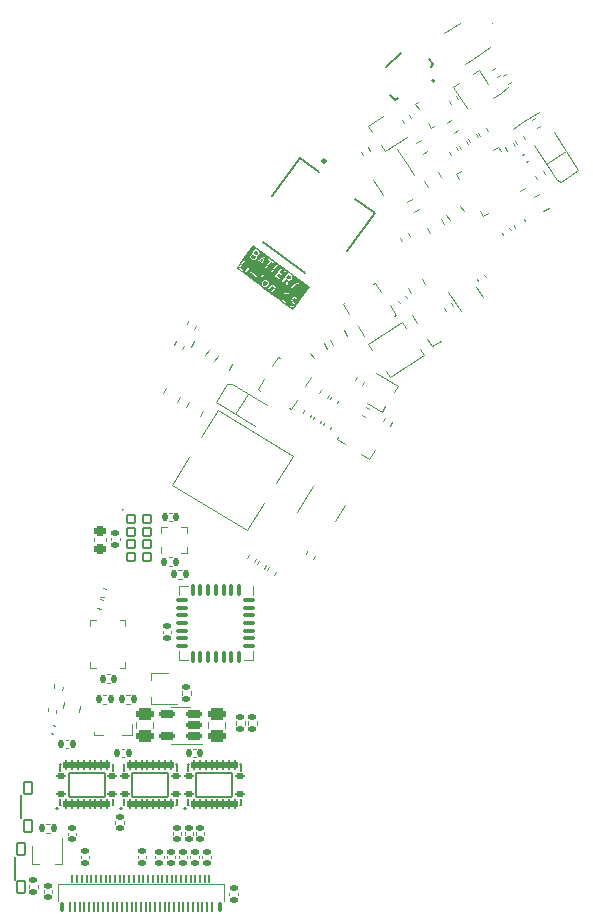
<source format=gbr>
%TF.GenerationSoftware,KiCad,Pcbnew,7.0.8*%
%TF.CreationDate,2024-01-10T09:50:14+01:00*%
%TF.ProjectId,Zoka-MainBoard,5a6f6b61-2d4d-4616-996e-426f6172642e,rev?*%
%TF.SameCoordinates,Original*%
%TF.FileFunction,Legend,Top*%
%TF.FilePolarity,Positive*%
%FSLAX46Y46*%
G04 Gerber Fmt 4.6, Leading zero omitted, Abs format (unit mm)*
G04 Created by KiCad (PCBNEW 7.0.8) date 2024-01-10 09:50:14*
%MOMM*%
%LPD*%
G01*
G04 APERTURE LIST*
G04 Aperture macros list*
%AMRoundRect*
0 Rectangle with rounded corners*
0 $1 Rounding radius*
0 $2 $3 $4 $5 $6 $7 $8 $9 X,Y pos of 4 corners*
0 Add a 4 corners polygon primitive as box body*
4,1,4,$2,$3,$4,$5,$6,$7,$8,$9,$2,$3,0*
0 Add four circle primitives for the rounded corners*
1,1,$1+$1,$2,$3*
1,1,$1+$1,$4,$5*
1,1,$1+$1,$6,$7*
1,1,$1+$1,$8,$9*
0 Add four rect primitives between the rounded corners*
20,1,$1+$1,$2,$3,$4,$5,0*
20,1,$1+$1,$4,$5,$6,$7,0*
20,1,$1+$1,$6,$7,$8,$9,0*
20,1,$1+$1,$8,$9,$2,$3,0*%
%AMHorizOval*
0 Thick line with rounded ends*
0 $1 width*
0 $2 $3 position (X,Y) of the first rounded end (center of the circle)*
0 $4 $5 position (X,Y) of the second rounded end (center of the circle)*
0 Add line between two ends*
20,1,$1,$2,$3,$4,$5,0*
0 Add two circle primitives to create the rounded ends*
1,1,$1,$2,$3*
1,1,$1,$4,$5*%
%AMRotRect*
0 Rectangle, with rotation*
0 The origin of the aperture is its center*
0 $1 length*
0 $2 width*
0 $3 Rotation angle, in degrees counterclockwise*
0 Add horizontal line*
21,1,$1,$2,0,0,$3*%
G04 Aperture macros list end*
%ADD10C,0.100000*%
%ADD11C,0.120000*%
%ADD12C,0.127000*%
%ADD13C,0.300000*%
%ADD14C,0.200000*%
%ADD15RoundRect,0.200000X-0.015587X-0.339679X0.318352X-0.119487X0.015587X0.339679X-0.318352X0.119487X0*%
%ADD16RoundRect,0.135000X-0.135000X-0.185000X0.135000X-0.185000X0.135000X0.185000X-0.135000X0.185000X0*%
%ADD17RoundRect,0.102000X-0.068383X1.284494X-1.153685X0.568869X0.068383X-1.284494X1.153685X-0.568869X0*%
%ADD18RoundRect,0.250000X-0.273574X0.461825X-0.535567X0.035962X0.273574X-0.461825X0.535567X-0.035962X0*%
%ADD19RoundRect,0.135000X-0.228762X0.010866X-0.080132X-0.214543X0.228762X-0.010866X0.080132X0.214543X0*%
%ADD20RoundRect,0.102000X-0.350000X-0.362500X0.350000X-0.362500X0.350000X0.362500X-0.350000X0.362500X0*%
%ADD21RoundRect,0.150000X-0.345419X0.251367X0.094965X-0.416511X0.345419X-0.251367X-0.094965X0.416511X0*%
%ADD22RotRect,0.700000X0.900000X33.400000*%
%ADD23RoundRect,0.135000X0.135000X0.185000X-0.135000X0.185000X-0.135000X-0.185000X0.135000X-0.185000X0*%
%ADD24RoundRect,0.102000X0.350009X-0.499994X0.349991X0.500006X-0.350009X0.499994X-0.349991X-0.500006X0*%
%ADD25RoundRect,0.250000X0.475000X-0.250000X0.475000X0.250000X-0.475000X0.250000X-0.475000X-0.250000X0*%
%ADD26RoundRect,0.250000X0.273574X-0.461825X0.535567X-0.035962X-0.273574X0.461825X-0.535567X0.035962X0*%
%ADD27RoundRect,0.150000X0.251367X0.345419X-0.416511X-0.094965X-0.251367X-0.345419X0.416511X0.094965X0*%
%ADD28RoundRect,0.140000X0.140000X0.170000X-0.140000X0.170000X-0.140000X-0.170000X0.140000X-0.170000X0*%
%ADD29RoundRect,0.250000X0.534173X0.052766X0.258933X0.470190X-0.534173X-0.052766X-0.258933X-0.470190X0*%
%ADD30RoundRect,0.140000X0.170000X-0.140000X0.170000X0.140000X-0.170000X0.140000X-0.170000X-0.140000X0*%
%ADD31RoundRect,0.135000X0.010866X0.228762X-0.214543X0.080132X-0.010866X-0.228762X0.214543X-0.080132X0*%
%ADD32RoundRect,0.135000X0.178282X0.143756X-0.082518X0.213637X-0.178282X-0.143756X0.082518X-0.213637X0*%
%ADD33RoundRect,0.135000X0.185000X-0.135000X0.185000X0.135000X-0.185000X0.135000X-0.185000X-0.135000X0*%
%ADD34RoundRect,0.050000X-0.050000X-0.385000X0.050000X-0.385000X0.050000X0.385000X-0.050000X0.385000X0*%
%ADD35RoundRect,0.050000X-0.050000X-0.275000X0.050000X-0.275000X0.050000X0.275000X-0.050000X0.275000X0*%
%ADD36RoundRect,0.100000X-0.100000X-0.350000X0.100000X-0.350000X0.100000X0.350000X-0.100000X0.350000X0*%
%ADD37RoundRect,0.135000X0.086831X-0.211921X0.228308X0.018046X-0.086831X0.211921X-0.228308X-0.018046X0*%
%ADD38RoundRect,0.075000X-0.075000X0.437500X-0.075000X-0.437500X0.075000X-0.437500X0.075000X0.437500X0*%
%ADD39RoundRect,0.075000X-0.437500X0.075000X-0.437500X-0.075000X0.437500X-0.075000X0.437500X0.075000X0*%
%ADD40R,4.250000X4.250000*%
%ADD41RoundRect,0.140000X-0.170000X0.140000X-0.170000X-0.140000X0.170000X-0.140000X0.170000X0.140000X0*%
%ADD42RoundRect,0.140000X0.218991X-0.023297X0.064857X0.210460X-0.218991X0.023297X-0.064857X-0.210460X0*%
%ADD43RoundRect,0.135000X0.228762X-0.010866X0.080132X0.214543X-0.228762X0.010866X-0.080132X-0.214543X0*%
%ADD44RoundRect,0.060000X0.158986X0.176701X-0.225044X-0.076520X-0.158986X-0.176701X0.225044X0.076520X0*%
%ADD45RoundRect,0.060000X-0.076520X0.225044X-0.176701X0.158986X0.076520X-0.225044X0.176701X-0.158986X0*%
%ADD46RotRect,2.700000X2.700000X213.400000*%
%ADD47RoundRect,0.135000X-0.086831X0.211921X-0.228308X-0.018046X0.086831X-0.211921X0.228308X0.018046X0*%
%ADD48RoundRect,0.102000X0.350000X-0.500000X0.350000X0.500000X-0.350000X0.500000X-0.350000X-0.500000X0*%
%ADD49R,0.700000X0.900000*%
%ADD50RoundRect,0.102000X1.444802X1.106818X0.641985X1.703043X-1.444802X-1.106818X-0.641985X-1.703043X0*%
%ADD51RoundRect,0.102000X1.615695X0.917621X0.411469X1.811958X-1.615695X-0.917621X-0.411469X-1.811958X0*%
%ADD52RotRect,0.850000X1.000000X213.400000*%
%ADD53RotRect,0.700000X0.900000X123.400000*%
%ADD54RoundRect,0.114000X0.288000X0.108000X-0.288000X0.108000X-0.288000X-0.108000X0.288000X-0.108000X0*%
%ADD55RoundRect,0.114000X0.108000X-0.288000X0.108000X0.288000X-0.108000X0.288000X-0.108000X-0.288000X0*%
%ADD56RoundRect,0.102000X1.525000X-1.025000X1.525000X1.025000X-1.525000X1.025000X-1.525000X-1.025000X0*%
%ADD57RoundRect,0.135000X0.143756X-0.178282X0.213637X0.082518X-0.143756X0.178282X-0.213637X-0.082518X0*%
%ADD58C,1.200000*%
%ADD59RoundRect,0.225000X-0.332570X0.050221X-0.084854X-0.325461X0.332570X-0.050221X0.084854X0.325461X0*%
%ADD60RoundRect,0.140000X-0.218991X0.023297X-0.064857X-0.210460X0.218991X-0.023297X0.064857X0.210460X0*%
%ADD61RotRect,0.900000X0.800000X213.400000*%
%ADD62RoundRect,0.250000X-0.394110X0.364421X-0.523520X-0.118542X0.394110X-0.364421X0.523520X0.118542X0*%
%ADD63R,0.350000X0.375000*%
%ADD64R,0.375000X0.350000*%
%ADD65R,0.900000X0.700000*%
%ADD66RoundRect,0.140000X0.071436X-0.208319X0.218152X0.030164X-0.071436X0.208319X-0.218152X-0.030164X0*%
%ADD67RoundRect,0.250000X-0.534173X-0.052766X-0.258933X-0.470190X0.534173X0.052766X0.258933X0.470190X0*%
%ADD68RoundRect,0.075000X-0.213996X0.188297X0.088769X-0.270869X0.213996X-0.188297X-0.088769X0.270869X0*%
%ADD69RotRect,0.800000X1.380000X303.400000*%
%ADD70RoundRect,0.140000X-0.023297X-0.218991X0.210460X-0.064857X0.023297X0.218991X-0.210460X0.064857X0*%
%ADD71RoundRect,0.225000X0.250000X-0.225000X0.250000X0.225000X-0.250000X0.225000X-0.250000X-0.225000X0*%
%ADD72RoundRect,0.250000X0.052766X-0.534173X0.470190X-0.258933X-0.052766X0.534173X-0.470190X0.258933X0*%
%ADD73RoundRect,0.150000X-0.081835X-0.419289X0.337353X0.262093X0.081835X0.419289X-0.337353X-0.262093X0*%
%ADD74RoundRect,0.200000X0.015587X0.339679X-0.318352X0.119487X-0.015587X-0.339679X0.318352X-0.119487X0*%
%ADD75RoundRect,0.140000X-0.127973X0.179229X-0.200442X-0.091230X0.127973X-0.179229X0.200442X0.091230X0*%
%ADD76RoundRect,0.070000X-0.045884X0.192600X-0.192600X-0.045884X0.045884X-0.192600X0.192600X0.045884X0*%
%ADD77HorizOval,0.420000X-0.149336X-0.242742X0.149336X0.242742X0*%
%ADD78C,0.600000*%
%ADD79RotRect,0.680000X1.050000X238.400000*%
%ADD80RotRect,0.260000X0.500000X238.400000*%
%ADD81RotRect,0.280000X0.700000X238.400000*%
%ADD82RotRect,1.650000X2.400000X238.400000*%
%ADD83RoundRect,0.140000X-0.071436X0.208319X-0.218152X-0.030164X0.071436X-0.208319X0.218152X0.030164X0*%
%ADD84RotRect,0.900000X0.800000X238.400000*%
%ADD85RoundRect,0.150000X0.512500X0.150000X-0.512500X0.150000X-0.512500X-0.150000X0.512500X-0.150000X0*%
%ADD86RoundRect,0.140000X-0.140000X-0.170000X0.140000X-0.170000X0.140000X0.170000X-0.140000X0.170000X0*%
%ADD87RotRect,1.200000X0.950000X33.400000*%
%ADD88RotRect,1.300000X1.400000X328.400000*%
%ADD89RoundRect,0.070000X0.193946X-0.039811X0.039811X0.193946X-0.193946X0.039811X-0.039811X-0.193946X0*%
%ADD90HorizOval,0.420000X-0.156887X0.237932X0.156887X-0.237932X0*%
%ADD91RotRect,0.680000X1.050000X123.400000*%
%ADD92RotRect,0.260000X0.500000X123.400000*%
%ADD93RotRect,0.280000X0.700000X123.400000*%
%ADD94RotRect,1.650000X2.400000X123.400000*%
%ADD95RotRect,0.300000X1.150000X123.400000*%
%ADD96HorizOval,1.000000X0.333939X0.220192X-0.333939X-0.220192X0*%
%ADD97HorizOval,1.000000X0.500909X0.330288X-0.500909X-0.330288X0*%
%ADD98RoundRect,0.135000X-0.211921X-0.086831X0.018046X-0.228308X0.211921X0.086831X-0.018046X0.228308X0*%
%ADD99RoundRect,0.100000X-0.862636X0.808693X0.403470X-1.111457X0.862636X-0.808693X-0.403470X1.111457X0*%
%ADD100RoundRect,0.425000X-0.267049X0.663276X-0.712437X-0.060692X0.267049X-0.663276X0.712437X0.060692X0*%
%ADD101R,0.400000X0.950000*%
%ADD102R,0.350000X2.300000*%
%ADD103R,1.300000X0.350000*%
%ADD104RoundRect,0.140000X-0.179229X-0.127973X0.091230X-0.200442X0.179229X0.127973X-0.091230X0.200442X0*%
%ADD105R,0.800000X0.900000*%
%ADD106C,0.900000*%
%ADD107RoundRect,0.102000X-0.242850X0.802589X-0.787781X0.287273X0.242850X-0.802589X0.787781X-0.287273X0*%
%ADD108RoundRect,0.102000X-0.297343X0.751057X-0.733288X0.338805X0.297343X-0.751057X0.733288X-0.338805X0*%
%ADD109RoundRect,0.102000X0.163084X0.773565X-0.781463X-0.119648X-0.163084X-0.773565X0.781463X0.119648X0*%
%ADD110RotRect,0.700000X0.900000X238.400000*%
%ADD111RotRect,1.300000X1.400000X123.400000*%
G04 APERTURE END LIST*
D10*
G36*
X167503490Y-60038752D02*
G01*
X167576288Y-60092817D01*
X167605751Y-60151056D01*
X167611250Y-60188299D01*
X167599878Y-60252566D01*
X167477673Y-60417115D01*
X167419438Y-60446577D01*
X167382191Y-60452077D01*
X167317925Y-60440705D01*
X167245126Y-60386640D01*
X167215664Y-60328405D01*
X167210164Y-60291158D01*
X167221536Y-60226891D01*
X167343743Y-60062340D01*
X167401977Y-60032879D01*
X167439223Y-60027380D01*
X167503490Y-60038752D01*
G37*
G36*
X169573644Y-59639671D02*
G01*
X169603106Y-59697907D01*
X169608605Y-59735153D01*
X169597233Y-59799419D01*
X169543168Y-59872218D01*
X169484933Y-59901680D01*
X169447686Y-59907180D01*
X169383420Y-59895808D01*
X169188368Y-59750950D01*
X169378592Y-59494813D01*
X169573644Y-59639671D01*
G37*
G36*
X167166670Y-58439312D02*
G01*
X166972219Y-58294900D01*
X167286062Y-58075431D01*
X167166670Y-58439312D01*
G37*
G36*
X166566371Y-57880792D02*
G01*
X166623994Y-57963194D01*
X166628954Y-57996788D01*
X166617582Y-58061055D01*
X166563518Y-58133853D01*
X166505282Y-58163315D01*
X166468035Y-58168815D01*
X166403769Y-58157443D01*
X166208718Y-58012585D01*
X166398941Y-57756449D01*
X166566371Y-57880792D01*
G37*
G36*
X166790543Y-57572758D02*
G01*
X166820005Y-57630994D01*
X166825504Y-57668240D01*
X166814133Y-57732505D01*
X166782780Y-57774721D01*
X166724545Y-57804183D01*
X166687298Y-57809683D01*
X166623032Y-57798311D01*
X166458564Y-57676167D01*
X166626075Y-57450613D01*
X166790543Y-57572758D01*
G37*
G36*
X171188450Y-60572014D02*
G01*
X169747629Y-62512081D01*
X169018229Y-61970381D01*
X169320165Y-61970381D01*
X169328425Y-62007748D01*
X169397462Y-62106472D01*
X169404400Y-62110898D01*
X169408626Y-62117959D01*
X169561544Y-62231525D01*
X169572831Y-62234359D01*
X169582643Y-62240619D01*
X169666522Y-62255462D01*
X169674557Y-62253685D01*
X169682539Y-62255691D01*
X169735836Y-62247821D01*
X169742898Y-62243594D01*
X169751103Y-62242972D01*
X169827114Y-62204518D01*
X169834697Y-62195690D01*
X169844683Y-62189714D01*
X169890110Y-62128547D01*
X169892944Y-62117259D01*
X169899204Y-62107448D01*
X169914047Y-62023569D01*
X169912270Y-62015533D01*
X169914276Y-62007552D01*
X169906406Y-61954255D01*
X169902179Y-61947194D01*
X169901558Y-61938988D01*
X169863103Y-61862978D01*
X169858793Y-61859275D01*
X169857145Y-61853837D01*
X169761005Y-61736644D01*
X169728692Y-61672771D01*
X169723193Y-61635526D01*
X169734565Y-61571259D01*
X169765915Y-61529045D01*
X169824155Y-61499582D01*
X169861398Y-61494083D01*
X169925665Y-61505455D01*
X170062592Y-61607147D01*
X170126981Y-61699221D01*
X170159244Y-61719802D01*
X170196610Y-61711542D01*
X170217191Y-61679279D01*
X170208931Y-61641913D01*
X170139893Y-61543190D01*
X170132954Y-61538764D01*
X170128729Y-61531703D01*
X169975812Y-61418136D01*
X169964524Y-61415300D01*
X169954713Y-61409042D01*
X169870832Y-61394199D01*
X169862797Y-61395975D01*
X169854816Y-61393970D01*
X169801520Y-61401840D01*
X169794457Y-61406067D01*
X169786253Y-61406689D01*
X169710242Y-61445142D01*
X169702657Y-61453971D01*
X169692672Y-61459947D01*
X169647246Y-61521114D01*
X169644411Y-61532401D01*
X169638152Y-61542213D01*
X169623309Y-61626093D01*
X169625085Y-61634127D01*
X169623080Y-61642109D01*
X169630950Y-61695406D01*
X169635176Y-61702466D01*
X169635798Y-61710673D01*
X169674251Y-61786683D01*
X169678561Y-61790386D01*
X169680210Y-61795824D01*
X169776351Y-61913020D01*
X169808663Y-61976888D01*
X169814162Y-62014134D01*
X169802791Y-62078399D01*
X169771438Y-62120615D01*
X169713203Y-62150077D01*
X169675956Y-62155577D01*
X169611690Y-62144205D01*
X169474762Y-62042514D01*
X169410375Y-61950440D01*
X169378113Y-61929859D01*
X169340746Y-61938119D01*
X169320165Y-61970381D01*
X169018229Y-61970381D01*
X168469306Y-61562715D01*
X168685553Y-61562715D01*
X168705205Y-61595552D01*
X169072207Y-61868112D01*
X169109322Y-61877434D01*
X169142159Y-61857782D01*
X169151481Y-61820667D01*
X169131830Y-61787830D01*
X168988469Y-61681361D01*
X169435638Y-61079248D01*
X169436892Y-61074254D01*
X169440704Y-61070797D01*
X169441412Y-61056256D01*
X169444960Y-61042133D01*
X169442316Y-61037715D01*
X169442567Y-61032574D01*
X169432785Y-61021790D01*
X169425308Y-61009296D01*
X169420314Y-61008041D01*
X169416857Y-61004230D01*
X169402316Y-61003521D01*
X169388193Y-60999974D01*
X169383775Y-61002617D01*
X169378634Y-61002367D01*
X169253987Y-61047020D01*
X169160317Y-61060851D01*
X169084428Y-61047423D01*
X169047062Y-61055683D01*
X169026481Y-61087946D01*
X169034741Y-61125312D01*
X169067004Y-61145893D01*
X169150883Y-61160736D01*
X169158918Y-61158959D01*
X169166900Y-61160965D01*
X169260671Y-61147118D01*
X168908187Y-61621738D01*
X168764827Y-61515270D01*
X168727712Y-61505948D01*
X168694875Y-61525600D01*
X168685553Y-61562715D01*
X168469306Y-61562715D01*
X167429465Y-60790461D01*
X167645713Y-60790461D01*
X167665365Y-60823298D01*
X167702480Y-60832620D01*
X167735317Y-60812968D01*
X167995527Y-60462593D01*
X168020311Y-60458934D01*
X168084577Y-60470306D01*
X168157375Y-60524370D01*
X168182977Y-60574977D01*
X168173095Y-60630822D01*
X167930287Y-60957766D01*
X167920965Y-60994881D01*
X167940617Y-61027718D01*
X167977732Y-61037040D01*
X168010569Y-61017388D01*
X168260415Y-60680970D01*
X168263250Y-60669681D01*
X168269509Y-60659870D01*
X168272626Y-60642253D01*
X169606408Y-60642253D01*
X169626060Y-60675090D01*
X169663175Y-60684412D01*
X169696012Y-60664760D01*
X169914466Y-60370612D01*
X170364797Y-60198389D01*
X170392588Y-60172081D01*
X170393638Y-60133828D01*
X170367330Y-60106036D01*
X170329076Y-60104987D01*
X169938532Y-60254345D01*
X169968637Y-59837301D01*
X169956576Y-59800983D01*
X169922367Y-59783831D01*
X169886049Y-59795892D01*
X169868897Y-59830101D01*
X169834183Y-60310990D01*
X169615730Y-60605138D01*
X169606408Y-60642253D01*
X168272626Y-60642253D01*
X168284352Y-60575991D01*
X168280931Y-60560515D01*
X168279733Y-60544707D01*
X168241280Y-60468697D01*
X168232450Y-60461112D01*
X168226475Y-60451127D01*
X168134724Y-60382987D01*
X168123436Y-60380152D01*
X168113625Y-60373893D01*
X168058492Y-60364137D01*
X168062625Y-60347684D01*
X168042973Y-60314847D01*
X168005858Y-60305525D01*
X167973021Y-60325177D01*
X167655035Y-60753346D01*
X167645713Y-60790461D01*
X167429465Y-60790461D01*
X166766017Y-60297741D01*
X167110051Y-60297741D01*
X167117921Y-60351038D01*
X167122147Y-60358100D01*
X167122770Y-60366305D01*
X167161224Y-60442316D01*
X167170051Y-60449899D01*
X167176028Y-60459885D01*
X167267779Y-60528025D01*
X167279066Y-60530859D01*
X167288878Y-60537119D01*
X167372757Y-60551962D01*
X167380792Y-60550185D01*
X167388774Y-60552191D01*
X167442071Y-60544321D01*
X167449133Y-60540094D01*
X167457338Y-60539472D01*
X167533349Y-60501018D01*
X167540932Y-60492190D01*
X167550918Y-60486214D01*
X167687198Y-60302714D01*
X167690033Y-60291425D01*
X167696292Y-60281614D01*
X167711135Y-60197733D01*
X167709358Y-60189698D01*
X167711364Y-60181717D01*
X167703494Y-60128421D01*
X167699266Y-60121358D01*
X167698645Y-60113154D01*
X167679049Y-60074419D01*
X168841820Y-60074419D01*
X168861472Y-60107256D01*
X168898587Y-60116578D01*
X168931424Y-60096926D01*
X169128746Y-59831231D01*
X169220623Y-59899466D01*
X169208306Y-60338272D01*
X169221953Y-60374024D01*
X169256883Y-60389655D01*
X169292635Y-60376008D01*
X169308266Y-60341078D01*
X169318619Y-59972244D01*
X169333274Y-59983128D01*
X169344561Y-59985962D01*
X169354373Y-59992222D01*
X169438252Y-60007065D01*
X169446287Y-60005288D01*
X169454269Y-60007294D01*
X169507566Y-59999424D01*
X169514628Y-59995197D01*
X169522833Y-59994575D01*
X169598844Y-59956121D01*
X169606427Y-59947293D01*
X169616413Y-59941317D01*
X169684553Y-59849566D01*
X169687387Y-59838278D01*
X169693647Y-59828467D01*
X169708490Y-59744588D01*
X169706713Y-59736552D01*
X169708719Y-59728571D01*
X169700849Y-59675274D01*
X169696622Y-59668213D01*
X169696001Y-59660007D01*
X169657546Y-59583997D01*
X169648718Y-59576413D01*
X169642742Y-59566427D01*
X169398074Y-59384720D01*
X169360959Y-59375398D01*
X169328122Y-59395050D01*
X168851142Y-60037304D01*
X168841820Y-60074419D01*
X167679049Y-60074419D01*
X167660192Y-60037143D01*
X167651362Y-60029558D01*
X167645387Y-60019573D01*
X167553637Y-59951433D01*
X167542349Y-59948597D01*
X167532538Y-59942339D01*
X167448657Y-59927496D01*
X167440622Y-59929272D01*
X167432641Y-59927267D01*
X167379344Y-59935137D01*
X167372283Y-59939363D01*
X167364077Y-59939985D01*
X167288067Y-59978440D01*
X167280483Y-59987267D01*
X167270497Y-59993244D01*
X167134217Y-60176745D01*
X167131381Y-60188032D01*
X167125123Y-60197844D01*
X167110280Y-60281725D01*
X167112056Y-60289759D01*
X167110051Y-60297741D01*
X166766017Y-60297741D01*
X166542544Y-60131775D01*
X166758791Y-60131775D01*
X166778443Y-60164612D01*
X166815558Y-60173934D01*
X166848395Y-60154282D01*
X167228206Y-59642866D01*
X168260733Y-59642866D01*
X168280385Y-59675703D01*
X168586220Y-59902836D01*
X168623335Y-59912158D01*
X168656172Y-59892506D01*
X168665494Y-59855391D01*
X168645842Y-59822554D01*
X168380148Y-59625232D01*
X168570372Y-59369095D01*
X168744316Y-59498277D01*
X168781431Y-59507599D01*
X168814268Y-59487947D01*
X168823590Y-59450832D01*
X168803938Y-59417995D01*
X168629994Y-59288813D01*
X168797505Y-59063260D01*
X169063200Y-59260582D01*
X169100315Y-59269904D01*
X169133152Y-59250252D01*
X169142474Y-59213137D01*
X169122822Y-59180300D01*
X168816987Y-58953167D01*
X168779872Y-58943845D01*
X168747035Y-58963497D01*
X168270055Y-59605751D01*
X168260733Y-59642866D01*
X167228206Y-59642866D01*
X167325374Y-59512029D01*
X167334696Y-59474913D01*
X167315044Y-59442076D01*
X167277929Y-59432754D01*
X167245092Y-59452406D01*
X166768113Y-60094660D01*
X166758791Y-60131775D01*
X166542544Y-60131775D01*
X165441537Y-59314095D01*
X165657784Y-59314095D01*
X165677436Y-59346932D01*
X165714551Y-59356254D01*
X165747388Y-59336602D01*
X165777126Y-59296560D01*
X166145326Y-59296560D01*
X166164978Y-59329397D01*
X166654313Y-59692810D01*
X166691429Y-59702132D01*
X166724266Y-59682480D01*
X166733588Y-59645365D01*
X166713936Y-59612528D01*
X166357199Y-59347592D01*
X167863147Y-59347592D01*
X167882799Y-59380429D01*
X167919914Y-59389751D01*
X167952751Y-59370099D01*
X168399919Y-58767986D01*
X168543280Y-58874455D01*
X168580395Y-58883777D01*
X168613232Y-58864125D01*
X168622554Y-58827010D01*
X168602902Y-58794173D01*
X168419401Y-58657893D01*
X168419399Y-58657892D01*
X168235900Y-58521614D01*
X168198785Y-58512292D01*
X168165948Y-58531944D01*
X168156626Y-58569059D01*
X168176278Y-58601896D01*
X168319637Y-58708363D01*
X167872469Y-59310477D01*
X167863147Y-59347592D01*
X166357199Y-59347592D01*
X166224600Y-59249115D01*
X166187485Y-59239793D01*
X166154648Y-59259445D01*
X166145326Y-59296560D01*
X165777126Y-59296560D01*
X166009122Y-58984179D01*
X167373811Y-58984179D01*
X167393463Y-59017016D01*
X167430578Y-59026338D01*
X167463415Y-59006686D01*
X167910583Y-58404573D01*
X168053943Y-58511042D01*
X168091059Y-58520364D01*
X168123896Y-58500712D01*
X168133218Y-58463597D01*
X168113566Y-58430760D01*
X167746563Y-58158200D01*
X167709448Y-58148878D01*
X167676611Y-58168530D01*
X167667289Y-58205645D01*
X167686941Y-58238482D01*
X167830300Y-58344950D01*
X167383133Y-58947064D01*
X167373811Y-58984179D01*
X166009122Y-58984179D01*
X166065375Y-58908434D01*
X166074697Y-58871318D01*
X166055045Y-58838481D01*
X166017930Y-58829159D01*
X165985093Y-58848811D01*
X165667106Y-59276980D01*
X165657784Y-59314095D01*
X165441537Y-59314095D01*
X164957483Y-58954605D01*
X164977265Y-58927969D01*
X165137864Y-58927969D01*
X165157516Y-58960806D01*
X165463352Y-59187939D01*
X165500467Y-59197261D01*
X165533304Y-59177609D01*
X165542626Y-59140494D01*
X165522974Y-59107657D01*
X165257279Y-58910335D01*
X165428556Y-58679711D01*
X166081466Y-58679711D01*
X166089336Y-58733008D01*
X166098097Y-58747645D01*
X166108989Y-58765845D01*
X166127546Y-58770506D01*
X166146104Y-58775168D01*
X166199401Y-58767298D01*
X166232237Y-58747645D01*
X166241561Y-58710530D01*
X166233691Y-58657233D01*
X166226127Y-58644596D01*
X166214039Y-58624396D01*
X166193410Y-58619214D01*
X166176923Y-58615073D01*
X166123626Y-58622943D01*
X166090790Y-58642596D01*
X166081466Y-58679711D01*
X165428556Y-58679711D01*
X165619174Y-58423043D01*
X166640034Y-58423043D01*
X166648294Y-58460409D01*
X166680557Y-58480990D01*
X166717923Y-58472730D01*
X166885836Y-58355308D01*
X167133808Y-58539468D01*
X167069931Y-58734154D01*
X167072824Y-58772313D01*
X167101851Y-58797250D01*
X167140010Y-58794357D01*
X167164947Y-58765330D01*
X167427842Y-57964082D01*
X167427559Y-57960356D01*
X167429569Y-57957207D01*
X167426147Y-57941727D01*
X167424949Y-57925924D01*
X167422115Y-57923489D01*
X167421309Y-57919841D01*
X167407945Y-57911315D01*
X167395922Y-57900987D01*
X167392196Y-57901269D01*
X167389046Y-57899260D01*
X167373566Y-57902681D01*
X167357763Y-57903880D01*
X167355328Y-57906713D01*
X167351680Y-57907520D01*
X166660615Y-58390780D01*
X166640034Y-58423043D01*
X165619174Y-58423043D01*
X165704448Y-58308222D01*
X165713770Y-58271107D01*
X165694118Y-58238270D01*
X165657003Y-58228948D01*
X165624166Y-58248600D01*
X165147186Y-58890854D01*
X165137864Y-58927969D01*
X164977265Y-58927969D01*
X165643993Y-58030219D01*
X166089303Y-58030219D01*
X166108955Y-58063056D01*
X166353623Y-58244763D01*
X166364910Y-58247597D01*
X166374722Y-58253857D01*
X166458601Y-58268700D01*
X166466636Y-58266923D01*
X166474618Y-58268929D01*
X166527915Y-58261059D01*
X166534977Y-58256832D01*
X166543182Y-58256210D01*
X166619193Y-58217756D01*
X166626776Y-58208928D01*
X166636762Y-58202952D01*
X166704902Y-58111203D01*
X166707737Y-58099914D01*
X166713996Y-58090103D01*
X166728839Y-58006222D01*
X166727062Y-57998187D01*
X166729068Y-57990206D01*
X166721198Y-57936910D01*
X166715220Y-57926923D01*
X166712709Y-57915560D01*
X166707293Y-57907816D01*
X166747178Y-57901927D01*
X166754240Y-57897700D01*
X166762445Y-57897078D01*
X166838456Y-57858624D01*
X166846039Y-57849796D01*
X166856025Y-57843820D01*
X166901452Y-57782653D01*
X166904286Y-57771365D01*
X166910546Y-57761554D01*
X166925389Y-57677675D01*
X166923612Y-57669639D01*
X166925618Y-57661658D01*
X166917748Y-57608361D01*
X166913521Y-57601300D01*
X166912900Y-57593094D01*
X166874445Y-57517084D01*
X166865619Y-57509502D01*
X166859642Y-57499514D01*
X166645557Y-57340520D01*
X166608442Y-57331198D01*
X166575605Y-57350850D01*
X166098625Y-57993104D01*
X166089303Y-58030219D01*
X165643993Y-58030219D01*
X166398304Y-57014538D01*
X171188450Y-60572014D01*
G37*
D11*
%TO.C,R309*%
X182779718Y-46659529D02*
X183175867Y-46398317D01*
X183354971Y-47531945D02*
X183751120Y-47270733D01*
%TO.C,R307*%
X155659351Y-95063456D02*
X155966633Y-95063456D01*
X155659351Y-95823456D02*
X155966633Y-95823456D01*
%TO.C,C320*%
X160210187Y-69832749D02*
X159936402Y-70277779D01*
X159009593Y-69094138D02*
X158735808Y-69539169D01*
%TO.C,R315*%
X179462011Y-56014308D02*
X179631164Y-56270842D01*
X178827526Y-56432674D02*
X178996679Y-56689208D01*
D12*
%TO.C,U501*%
X155376136Y-79394127D02*
G75*
G03*
X155376136Y-79394127I-50000J0D01*
G01*
D11*
%TO.C,D301*%
X179553681Y-50400775D02*
X178562815Y-48898049D01*
X179553681Y-50400775D02*
X179994065Y-51068653D01*
X176948955Y-52118275D02*
X176508571Y-51450397D01*
X176948955Y-52118275D02*
X177389340Y-52786153D01*
%TO.C,Q305*%
X186295608Y-43385969D02*
X185480897Y-42150394D01*
X183310292Y-43581644D02*
X184521350Y-45418309D01*
X183310292Y-43581644D02*
X183811201Y-43251355D01*
X184979988Y-42480682D02*
X185480897Y-42150394D01*
%TO.C,R506*%
X149166625Y-106748457D02*
X148859343Y-106748457D01*
X149166625Y-105988457D02*
X148859343Y-105988457D01*
%TO.C,R206*%
X159532171Y-84183822D02*
X159224889Y-84183822D01*
X159532171Y-83423822D02*
X159224889Y-83423822D01*
%TO.C,R205*%
X160024889Y-84481956D02*
X160332171Y-84481956D01*
X160024889Y-85241956D02*
X160332171Y-85241956D01*
D12*
%TO.C,LED502*%
X146737970Y-103598468D02*
X146738004Y-105538468D01*
D11*
%TO.C,C301*%
X162590890Y-97897455D02*
X162590890Y-97374951D01*
X164000490Y-97897455D02*
X164000490Y-97374951D01*
%TO.C,C321*%
X161145564Y-65603847D02*
X161419349Y-65158817D01*
X162346158Y-66342458D02*
X162619943Y-65897427D01*
%TO.C,D501*%
X184959891Y-41228991D02*
X186462617Y-40238125D01*
X184959891Y-41228991D02*
X184292013Y-41669375D01*
X183242391Y-38624265D02*
X183910269Y-38183881D01*
X183242391Y-38624265D02*
X182574513Y-39064650D01*
%TO.C,C402*%
X150733979Y-99611631D02*
X150518307Y-99611631D01*
X150733979Y-98891631D02*
X150518307Y-98891631D01*
%TO.C,C304*%
X156500034Y-97897455D02*
X156500034Y-97374951D01*
X157909634Y-97897455D02*
X157909634Y-97374951D01*
%TO.C,C306*%
X179756439Y-61056315D02*
X179468811Y-60620104D01*
X180933241Y-60280358D02*
X180645612Y-59844146D01*
%TO.C,C407*%
X159077986Y-108931291D02*
X159077986Y-108715619D01*
X159797986Y-108931291D02*
X159797986Y-108715619D01*
%TO.C,R314*%
X187299684Y-42604115D02*
X187043150Y-42773268D01*
X186881318Y-41969630D02*
X186624784Y-42138783D01*
%TO.C,C401*%
X161520821Y-100353457D02*
X161305149Y-100353457D01*
X161520821Y-99633457D02*
X161305149Y-99633457D01*
%TO.C,R503*%
X153751194Y-86833446D02*
X153454382Y-86753916D01*
X153947896Y-86099342D02*
X153651084Y-86019812D01*
%TO.C,R507*%
X147407989Y-111447099D02*
X147407989Y-111139817D01*
X148167989Y-111447099D02*
X148167989Y-111139817D01*
%TO.C,C412*%
X161077985Y-108931291D02*
X161077985Y-108715619D01*
X161797985Y-108931291D02*
X161797985Y-108715619D01*
%TO.C,J401*%
X149890580Y-111056793D02*
X149890580Y-112496793D01*
X149890580Y-111056793D02*
X163890580Y-111056793D01*
X163890580Y-112556793D02*
X163890580Y-111056793D01*
%TO.C,R321*%
X160749268Y-63718310D02*
X160910279Y-63456589D01*
X161396581Y-64116539D02*
X161557592Y-63854818D01*
%TO.C,U202*%
X160116144Y-85891629D02*
X160866144Y-85891629D01*
X166336144Y-86641629D02*
X166336144Y-85891629D01*
X160116144Y-86641629D02*
X160116144Y-85891629D01*
X166336144Y-91361629D02*
X166336144Y-92111629D01*
X160116144Y-91361629D02*
X160116144Y-92111629D01*
X166336144Y-92111629D02*
X165586144Y-92111629D01*
X160116144Y-92111629D02*
X160866144Y-92111629D01*
%TO.C,R306*%
X153659348Y-95063462D02*
X153966630Y-95063462D01*
X153659348Y-95823462D02*
X153966630Y-95823462D01*
%TO.C,C414*%
X165097989Y-111840619D02*
X165097989Y-112056291D01*
X164377989Y-111840619D02*
X164377989Y-112056291D01*
%TO.C,R319*%
X171991588Y-69519251D02*
X172152599Y-69257530D01*
X172638901Y-69917480D02*
X172799912Y-69655759D01*
%TO.C,R202*%
X167539499Y-84514141D02*
X167700510Y-84252420D01*
X168186812Y-84912370D02*
X168347823Y-84650649D01*
%TO.C,C307*%
X178788772Y-61895012D02*
X178670049Y-61714958D01*
X179389863Y-61498666D02*
X179271140Y-61318612D01*
%TO.C,C204*%
X158716134Y-89859464D02*
X158716134Y-89643792D01*
X159436134Y-89859464D02*
X159436134Y-89643792D01*
%TO.C,R304*%
X188384831Y-48316539D02*
X188553984Y-48573073D01*
X187750346Y-48734905D02*
X187919499Y-48991439D01*
%TO.C,R301*%
X183944311Y-48857595D02*
X183775158Y-48601061D01*
X184578796Y-48439229D02*
X184409643Y-48182695D01*
%TO.C,R313*%
X183592521Y-44409334D02*
X183761674Y-44665868D01*
X182958036Y-44827700D02*
X183127189Y-45084234D01*
%TO.C,U303*%
X187087117Y-48655532D02*
X187348595Y-49052084D01*
X189013593Y-52440068D02*
X189410145Y-52178590D01*
X186690564Y-48917010D02*
X187087117Y-48655532D01*
X186283640Y-54240140D02*
X185887087Y-54501618D01*
X183960611Y-50717082D02*
X183564059Y-50978560D01*
X185887087Y-54501618D02*
X185625609Y-54105066D01*
X183564059Y-50978560D02*
X183825537Y-51375113D01*
%TO.C,R203*%
X167496098Y-84126659D02*
X167335087Y-84388380D01*
X166848785Y-83728430D02*
X166687774Y-83990151D01*
%TO.C,R317*%
X183178079Y-61901313D02*
X183347232Y-62157847D01*
X182543594Y-62319679D02*
X182712747Y-62576213D01*
%TO.C,R324*%
X190901774Y-50747038D02*
X191070927Y-51003572D01*
X190267289Y-51165404D02*
X190436442Y-51421938D01*
D12*
%TO.C,LED503*%
X146212983Y-108773458D02*
X146212983Y-110713458D01*
D11*
%TO.C,Q501*%
X147637989Y-107888459D02*
X147637989Y-109368459D01*
X150237989Y-109368459D02*
X150237989Y-107168459D01*
X150237989Y-109368459D02*
X149637989Y-109368459D01*
X148237989Y-109368459D02*
X147637989Y-109368459D01*
%TO.C,R501*%
X170821982Y-83158373D02*
X170982993Y-82896652D01*
X171469295Y-83556602D02*
X171630306Y-83294881D01*
%TO.C,C404*%
X162254909Y-106701563D02*
X162254909Y-106917235D01*
X161534909Y-106701563D02*
X161534909Y-106917235D01*
D12*
%TO.C,J301*%
X170345279Y-49594989D02*
X167960379Y-52806259D01*
X167218900Y-56739796D02*
X170751297Y-59363185D01*
X171991055Y-50817250D02*
X170345279Y-49594989D01*
X176687537Y-54305166D02*
X175041761Y-53082905D01*
X174302637Y-57516436D02*
X176687537Y-54305166D01*
D13*
X172486575Y-49865377D02*
G75*
G03*
X172486575Y-49865377I-100000J0D01*
G01*
D11*
%TO.C,RT301*%
X181147726Y-48999331D02*
X180751577Y-49260543D01*
X180572473Y-48126915D02*
X180176324Y-48388127D01*
%TO.C,Q306*%
X177387237Y-46079733D02*
X176151662Y-46894444D01*
X177582912Y-49065049D02*
X179419577Y-47853991D01*
X177582912Y-49065049D02*
X177252623Y-48564140D01*
X176481950Y-47395353D02*
X176151662Y-46894444D01*
%TO.C,R204*%
X166644368Y-83602676D02*
X166483357Y-83864397D01*
X165997055Y-83204447D02*
X165836044Y-83466168D01*
D12*
%TO.C,U402*%
X155437987Y-104443462D02*
X155487987Y-104443462D01*
X155437987Y-104443462D02*
X155437987Y-103883462D01*
X159937987Y-104443462D02*
X159887987Y-104443462D01*
X159937987Y-104443462D02*
X159937987Y-103883462D01*
X155437987Y-100943462D02*
X155437987Y-101503462D01*
X155437987Y-100943462D02*
X155487987Y-100943462D01*
X159937987Y-100943462D02*
X159937987Y-101503462D01*
X159937987Y-100943462D02*
X159887987Y-100943462D01*
D14*
X155287987Y-104693462D02*
G75*
G03*
X155287987Y-104693462I-100000J0D01*
G01*
D11*
%TO.C,R303*%
X189230451Y-47752296D02*
X189399604Y-48008830D01*
X188595966Y-48170662D02*
X188765119Y-48427196D01*
%TO.C,R201*%
X149482954Y-94495692D02*
X149562484Y-94198880D01*
X150217058Y-94692394D02*
X150296588Y-94395582D01*
%TO.C,C409*%
X156602987Y-108926293D02*
X156602987Y-108710621D01*
X157322987Y-108926293D02*
X157322987Y-108710621D01*
%TO.C,C322*%
X163104532Y-66809012D02*
X163378317Y-66363982D01*
X164305126Y-67547623D02*
X164578911Y-67102592D01*
%TO.C,D201*%
X189048215Y-46697631D02*
X190550941Y-45706765D01*
X189048215Y-46697631D02*
X188380337Y-47138015D01*
X187330715Y-44092905D02*
X187998593Y-43652521D01*
X187330715Y-44092905D02*
X186662837Y-44533290D01*
%TO.C,C310*%
X189284440Y-54758248D02*
X189439213Y-54992974D01*
X188432895Y-55319738D02*
X188587668Y-55554464D01*
%TO.C,C308*%
X188064407Y-55542041D02*
X188183130Y-55722095D01*
X187463316Y-55938387D02*
X187582039Y-56118441D01*
%TO.C,Q307*%
X182306955Y-65085341D02*
X181555592Y-65580773D01*
X181555592Y-65580773D02*
X181115207Y-64912895D01*
X180234438Y-63577138D02*
X179794054Y-62909260D01*
X179794054Y-62909260D02*
X179961023Y-62799164D01*
%TO.C,C202*%
X151746121Y-96060012D02*
X151610887Y-96564712D01*
X150384552Y-95695181D02*
X150249318Y-96199881D01*
%TO.C,U503*%
X158551139Y-83056630D02*
X158551139Y-83056630D01*
X160251139Y-83056630D02*
X160251139Y-83056630D01*
X160751139Y-83056630D02*
X160251139Y-83056630D01*
X158551139Y-82556630D02*
X158551139Y-83056630D01*
X160751139Y-82556630D02*
X160751139Y-83056630D01*
X158551139Y-81356630D02*
X158551139Y-80856630D01*
X160751139Y-81356630D02*
X160751139Y-81356630D01*
X158551139Y-80856630D02*
X159051139Y-80856630D01*
X159051139Y-80856630D02*
X159051139Y-80856630D01*
X160251139Y-80856630D02*
X160751139Y-80856630D01*
X160751139Y-80856630D02*
X160751139Y-81356630D01*
%TO.C,C408*%
X151802985Y-108926291D02*
X151802985Y-108710619D01*
X152522985Y-108926291D02*
X152522985Y-108710619D01*
%TO.C,Q301*%
X159192986Y-93243462D02*
X157712986Y-93243462D01*
X157712986Y-95843462D02*
X159912986Y-95843462D01*
X157712986Y-95843462D02*
X157712986Y-95243462D01*
X157712986Y-93843462D02*
X157712986Y-93243462D01*
%TO.C,C317*%
X170590271Y-71186361D02*
X170703280Y-71002667D01*
X171203514Y-71563631D02*
X171316523Y-71379937D01*
%TO.C,C312*%
X183930595Y-53678736D02*
X184218223Y-54114947D01*
X182753793Y-54454693D02*
X183041422Y-54890905D01*
%TO.C,C413*%
X149397989Y-111635629D02*
X149397989Y-111851301D01*
X148677989Y-111635629D02*
X148677989Y-111851301D01*
%TO.C,U302*%
X182881617Y-60929689D02*
X183982579Y-62599384D01*
X185285460Y-60542469D02*
X185835941Y-61377317D01*
%TO.C,C302*%
X189107111Y-49389840D02*
X189287165Y-49271117D01*
X189503457Y-49990931D02*
X189683511Y-49872208D01*
%TO.C,C501*%
X152916134Y-82092208D02*
X152916134Y-81811048D01*
X153936134Y-82092208D02*
X153936134Y-81811048D01*
%TO.C,C303*%
X190181039Y-52964413D02*
X190617250Y-52676785D01*
X190956996Y-54141215D02*
X191393208Y-53853586D01*
%TO.C,R502*%
X153492379Y-87799369D02*
X153195567Y-87719839D01*
X153689081Y-87065265D02*
X153392269Y-86985735D01*
%TO.C,D502*%
X171055948Y-78073024D02*
X170112773Y-79606132D01*
X171055948Y-78073024D02*
X171475137Y-77391642D01*
X173713336Y-79707860D02*
X173294147Y-80389242D01*
X173713336Y-79707860D02*
X174132525Y-79026478D01*
%TO.C,F301*%
X180416892Y-53931141D02*
X180020743Y-54192353D01*
X179841639Y-53058725D02*
X179445490Y-53319937D01*
%TO.C,C311*%
X173168578Y-65440392D02*
X172880950Y-65004181D01*
X174345380Y-64664435D02*
X174057751Y-64228223D01*
%TO.C,R302*%
X186079340Y-47081738D02*
X186248493Y-47338272D01*
X185444855Y-47500104D02*
X185614008Y-47756638D01*
%TO.C,R208*%
X188238365Y-43182991D02*
X187981831Y-43352144D01*
X187819999Y-42548506D02*
X187563465Y-42717659D01*
%TO.C,C203*%
X149735443Y-96398003D02*
X149679623Y-96606326D01*
X149039977Y-96211654D02*
X148984157Y-96419977D01*
%TO.C,R316*%
X179139162Y-46665754D02*
X178970009Y-46409220D01*
X179773647Y-46247388D02*
X179604494Y-45990854D01*
%TO.C,R318*%
X175677766Y-49409292D02*
X175508613Y-49152758D01*
X176312251Y-48990926D02*
X176143098Y-48734392D01*
%TO.C,R312*%
X177347793Y-71879288D02*
X177508804Y-71617567D01*
X177995106Y-72277517D02*
X178156117Y-72015796D01*
%TO.C,R504*%
X164932985Y-97622096D02*
X164932985Y-97314814D01*
X165692985Y-97622096D02*
X165692985Y-97314814D01*
%TO.C,U305*%
X171275633Y-68135246D02*
X170764747Y-68965680D01*
X168507521Y-66432292D02*
X168699159Y-66550188D01*
X168507521Y-66432292D02*
X167996635Y-67262725D01*
X170083565Y-70072925D02*
X169572679Y-70903358D01*
X167315453Y-68369970D02*
X166804567Y-69200404D01*
X169381041Y-70785462D02*
X169572679Y-70903358D01*
X166996205Y-69318301D02*
X166804567Y-69200404D01*
%TO.C,C318*%
X173610603Y-70208280D02*
X173497594Y-70391974D01*
X172997360Y-69831010D02*
X172884351Y-70014704D01*
%TO.C,Q304*%
X176697210Y-74359297D02*
X176225622Y-75125851D01*
X176225622Y-75125851D02*
X175544241Y-74706662D01*
X174181478Y-73868285D02*
X173500096Y-73449096D01*
X173500096Y-73449096D02*
X173604893Y-73278751D01*
%TO.C,U301*%
X160262989Y-99203456D02*
X162062989Y-99203456D01*
X160262989Y-99203456D02*
X159462989Y-99203456D01*
X160262989Y-96083456D02*
X161062989Y-96083456D01*
X160262989Y-96083456D02*
X159462989Y-96083456D01*
%TO.C,C403*%
X155486366Y-100353457D02*
X155270694Y-100353457D01*
X155486366Y-99633457D02*
X155270694Y-99633457D01*
D12*
%TO.C,U401*%
X160862989Y-104444321D02*
X160912989Y-104444321D01*
X160862989Y-104444321D02*
X160862989Y-103884321D01*
X165362989Y-104444321D02*
X165312989Y-104444321D01*
X165362989Y-104444321D02*
X165362989Y-103884321D01*
X160862989Y-100944321D02*
X160862989Y-101504321D01*
X160862989Y-100944321D02*
X160912989Y-100944321D01*
X165362989Y-100944321D02*
X165362989Y-101504321D01*
X165362989Y-100944321D02*
X165312989Y-100944321D01*
D14*
X160712989Y-104694321D02*
G75*
G03*
X160712989Y-104694321I-100000J0D01*
G01*
D12*
%TO.C,U403*%
X150037986Y-104443457D02*
X150087986Y-104443457D01*
X150037986Y-104443457D02*
X150037986Y-103883457D01*
X154537986Y-104443457D02*
X154487986Y-104443457D01*
X154537986Y-104443457D02*
X154537986Y-103883457D01*
X150037986Y-100943457D02*
X150037986Y-101503457D01*
X150037986Y-100943457D02*
X150087986Y-100943457D01*
X154537986Y-100943457D02*
X154537986Y-101503457D01*
X154537986Y-100943457D02*
X154487986Y-100943457D01*
D14*
X149887986Y-104693457D02*
G75*
G03*
X149887986Y-104693457I-100000J0D01*
G01*
D11*
%TO.C,C415*%
X160577982Y-106931296D02*
X160577982Y-106715624D01*
X161297982Y-106931296D02*
X161297982Y-106715624D01*
%TO.C,R308*%
X183109470Y-49408079D02*
X182940317Y-49151545D01*
X183743955Y-48989713D02*
X183574802Y-48733179D01*
%TO.C,C313*%
X171498881Y-66541350D02*
X171211253Y-66105139D01*
X172675683Y-65765393D02*
X172388054Y-65329181D01*
%TO.C,R207*%
X190637049Y-46877197D02*
X190380515Y-47046350D01*
X190218683Y-46242712D02*
X189962149Y-46411865D01*
%TO.C,C503*%
X159280621Y-79665623D02*
X159496293Y-79665623D01*
X159280621Y-80385623D02*
X159496293Y-80385623D01*
D10*
%TO.C,LED201*%
X186672300Y-38280405D02*
G75*
G03*
X186617253Y-38196922I-27523J41742D01*
G01*
X186617253Y-38196921D02*
G75*
G03*
X186672301Y-38280406I27524J-41742D01*
G01*
D11*
%TO.C,D303*%
X164209838Y-68751103D02*
X164570153Y-68737954D01*
X163266663Y-70284212D02*
X164209838Y-68751103D01*
X163266663Y-70284212D02*
X166503226Y-72275358D01*
X164570153Y-68737954D02*
X167551198Y-70571904D01*
X164884945Y-71279785D02*
X165932916Y-69576331D01*
%TO.C,C406*%
X151422985Y-106735620D02*
X151422985Y-106951292D01*
X150702985Y-106735620D02*
X150702985Y-106951292D01*
%TO.C,R505*%
X165932987Y-97620335D02*
X165932987Y-97313053D01*
X166692987Y-97620335D02*
X166692987Y-97313053D01*
%TO.C,C316*%
X172293724Y-72234331D02*
X172406733Y-72050637D01*
X172906967Y-72611601D02*
X173019976Y-72427907D01*
%TO.C,U304*%
X175790795Y-64694768D02*
X175254077Y-63880791D01*
X178504051Y-62905706D02*
X178316210Y-63029564D01*
X178504051Y-62905706D02*
X177967332Y-62091729D01*
X174538452Y-62795489D02*
X174001733Y-61981512D01*
X177251707Y-61006427D02*
X176714989Y-60192450D01*
X174189574Y-61857654D02*
X174001733Y-61981512D01*
X176527148Y-60316308D02*
X176714989Y-60192450D01*
%TO.C,C305*%
X185947312Y-59497759D02*
X186066035Y-59677813D01*
X185346221Y-59894105D02*
X185464944Y-60074159D01*
%TO.C,C502*%
X154233978Y-94061628D02*
X154018306Y-94061628D01*
X154233978Y-93341628D02*
X154018306Y-93341628D01*
%TO.C,C416*%
X160077978Y-108931296D02*
X160077978Y-108715624D01*
X160797978Y-108931296D02*
X160797978Y-108715624D01*
%TO.C,C410*%
X158077990Y-108931289D02*
X158077990Y-108715617D01*
X158797990Y-108931289D02*
X158797990Y-108715617D01*
%TO.C,C411*%
X162077984Y-108931298D02*
X162077984Y-108715626D01*
X162797984Y-108931298D02*
X162797984Y-108715626D01*
%TO.C,C319*%
X162169159Y-71037919D02*
X161895374Y-71482949D01*
X160968565Y-70299308D02*
X160694780Y-70744339D01*
%TO.C,C309*%
X181153782Y-52045593D02*
X180866154Y-51609382D01*
X182330584Y-51269636D02*
X182042955Y-50833424D01*
%TO.C,R305*%
X160332986Y-95097097D02*
X160332986Y-94789815D01*
X161092986Y-95097097D02*
X161092986Y-94789815D01*
%TO.C,R320*%
X159701296Y-65421766D02*
X159862307Y-65160045D01*
X160348609Y-65819995D02*
X160509620Y-65558274D01*
%TO.C,R311*%
X175966067Y-70729661D02*
X176227788Y-70890672D01*
X175567838Y-71376974D02*
X175829559Y-71537985D01*
%TO.C,C504*%
X154366145Y-81984463D02*
X154366145Y-81768791D01*
X155086145Y-81984463D02*
X155086145Y-81768791D01*
%TO.C,C405*%
X155436139Y-105793797D02*
X155436139Y-106009469D01*
X154716139Y-105793797D02*
X154716139Y-106009469D01*
%TO.C,L301*%
X178957421Y-63475192D02*
X176118938Y-65346827D01*
X179287710Y-63976101D02*
X178957421Y-63475192D01*
X176449227Y-65847736D02*
X176118938Y-65346827D01*
X180498767Y-65812766D02*
X180829056Y-66313675D01*
X177660284Y-67684401D02*
X177990573Y-68185310D01*
X177990573Y-68185310D02*
X180829056Y-66313675D01*
%TO.C,C417*%
X159577985Y-106931290D02*
X159577985Y-106715618D01*
X160297985Y-106931290D02*
X160297985Y-106715618D01*
%TO.C,C315*%
X171442000Y-71710349D02*
X171555009Y-71526655D01*
X172055243Y-72087619D02*
X172168252Y-71903925D01*
%TO.C,C314*%
X182260889Y-54779699D02*
X182548517Y-55215910D01*
X181084087Y-55555656D02*
X181371716Y-55991868D01*
%TO.C,L303*%
X169728127Y-74855814D02*
X168313365Y-77155477D01*
X163425347Y-70978318D02*
X169728127Y-74855814D01*
X162010585Y-73277981D02*
X163425347Y-70978318D01*
X167265393Y-78858931D02*
X165850631Y-81158594D01*
X160962613Y-74981435D02*
X159547851Y-77281098D01*
X159547851Y-77281098D02*
X165850631Y-81158594D01*
D10*
%TO.C,U502*%
X155576141Y-92776629D02*
X155576141Y-92276629D01*
X155576141Y-89276629D02*
X155576141Y-88776629D01*
X155576141Y-88776629D02*
X155076141Y-88776629D01*
X155076141Y-92776629D02*
X155576141Y-92776629D01*
X153076141Y-92776629D02*
X152576141Y-92776629D01*
X153076141Y-88776629D02*
X152576141Y-88776629D01*
X152576141Y-92776629D02*
X152576141Y-92276629D01*
X152576141Y-88776629D02*
X152576141Y-89276629D01*
D11*
%TO.C,D302*%
X181684690Y-46929393D02*
X181434236Y-47094537D01*
X181434236Y-47094537D02*
X181158995Y-46677113D01*
X180388322Y-45508326D02*
X180113082Y-45090902D01*
X180113082Y-45090902D02*
X180363536Y-44925758D01*
%TO.C,R310*%
X175787014Y-68580596D02*
X175626003Y-68842317D01*
X175139701Y-68182367D02*
X174978690Y-68444088D01*
%TO.C,C201*%
X149439889Y-97618605D02*
X149648212Y-97674425D01*
X149253540Y-98314071D02*
X149461863Y-98369891D01*
%TO.C,R323*%
X184779157Y-48307122D02*
X184610004Y-48050588D01*
X185413642Y-47888756D02*
X185244489Y-47632222D01*
%TO.C,Q302*%
X156112984Y-97543460D02*
X156112984Y-98443460D01*
X156112984Y-98443460D02*
X155312984Y-98443460D01*
X153712984Y-98443460D02*
X152912984Y-98443460D01*
X152912984Y-98443460D02*
X152912984Y-98243460D01*
D12*
%TO.C,SW501*%
X181645686Y-41660415D02*
X181409048Y-41884192D01*
X181247175Y-41239002D02*
X181645686Y-41660415D01*
X178891335Y-40741694D02*
X177612563Y-41950968D01*
X178612963Y-44528318D02*
X178376100Y-44752309D01*
X178376100Y-44752309D02*
X177977589Y-44330895D01*
D14*
X181734927Y-43078841D02*
G75*
G03*
X181734927Y-43078841I-100000J0D01*
G01*
D11*
%TO.C,Q303*%
X176009389Y-70394745D02*
X177269945Y-71170244D01*
X178632308Y-68955754D02*
X176758509Y-67802985D01*
X178632308Y-68955754D02*
X178317917Y-69466790D01*
X177584336Y-70659208D02*
X177269945Y-71170244D01*
%TO.C,D202*%
X192419493Y-51619701D02*
X192087380Y-51479343D01*
X193922220Y-50628836D02*
X192419493Y-51619701D01*
X193922220Y-50628836D02*
X191830393Y-47456414D01*
X192087380Y-51479343D02*
X190160697Y-48557376D01*
X192876306Y-49042625D02*
X191206611Y-50143587D01*
%TD*%
%LPC*%
D15*
%TO.C,R309*%
X182576670Y-47419278D03*
X183954168Y-46510984D03*
%TD*%
D16*
%TO.C,R307*%
X155302992Y-95443456D03*
X156322992Y-95443456D03*
%TD*%
D17*
%TO.C,L302*%
X185624344Y-56605765D03*
X183854466Y-57772785D03*
%TD*%
D18*
%TO.C,C320*%
X159970496Y-68868126D03*
X158974922Y-70486408D03*
%TD*%
D19*
%TO.C,R315*%
X178948600Y-55925986D03*
X179510090Y-56777530D03*
%TD*%
D20*
%TO.C,U501*%
X156026136Y-80181627D03*
X156026136Y-81256627D03*
X156026136Y-82331627D03*
X156026136Y-83406627D03*
X157426136Y-83406627D03*
X157426136Y-82331627D03*
X157426136Y-81256627D03*
X157426136Y-80181627D03*
%TD*%
D21*
%TO.C,D301*%
X178328799Y-49651266D03*
X177535693Y-50174223D03*
X176742588Y-50697179D03*
X178173837Y-52867784D03*
X178966943Y-52344827D03*
X179760048Y-51821871D03*
%TD*%
D22*
%TO.C,Q305*%
X184816285Y-44684815D03*
X185901587Y-43969190D03*
X184313022Y-42740792D03*
%TD*%
D23*
%TO.C,R506*%
X149522984Y-106368457D03*
X148502984Y-106368457D03*
%TD*%
%TO.C,R206*%
X159888530Y-83803822D03*
X158868530Y-83803822D03*
%TD*%
D16*
%TO.C,R205*%
X159668530Y-84861956D03*
X160688530Y-84861956D03*
%TD*%
D24*
%TO.C,LED502*%
X147288015Y-106168458D03*
X147287959Y-102968458D03*
%TD*%
D25*
%TO.C,C301*%
X163300490Y-98593455D03*
X163300490Y-96693455D03*
%TD*%
D26*
%TO.C,C321*%
X161385255Y-66568470D03*
X162380829Y-64950188D03*
%TD*%
D27*
%TO.C,D501*%
X185709400Y-40004109D03*
X185186443Y-39211003D03*
X184663487Y-38417898D03*
X182492882Y-39849147D03*
X183015839Y-40642253D03*
X183538795Y-41435358D03*
%TD*%
D28*
%TO.C,C402*%
X151106143Y-99251631D03*
X150146143Y-99251631D03*
%TD*%
D25*
%TO.C,C304*%
X157209634Y-98593455D03*
X157209634Y-96693455D03*
%TD*%
D29*
%TO.C,C306*%
X180731982Y-61246748D03*
X179686068Y-59660538D03*
%TD*%
D30*
%TO.C,C407*%
X159437986Y-109303455D03*
X159437986Y-108343455D03*
%TD*%
D31*
%TO.C,R314*%
X187388006Y-42090704D03*
X186536462Y-42652194D03*
%TD*%
D28*
%TO.C,C401*%
X161892985Y-99993457D03*
X160932985Y-99993457D03*
%TD*%
D32*
%TO.C,R503*%
X154193761Y-86558627D03*
X153208517Y-86294631D03*
%TD*%
D33*
%TO.C,R507*%
X147787989Y-111803458D03*
X147787989Y-110783458D03*
%TD*%
D30*
%TO.C,C412*%
X161437985Y-109303455D03*
X161437985Y-108343455D03*
%TD*%
D34*
%TO.C,J401*%
X150890580Y-113046793D03*
D35*
X151090580Y-110636793D03*
D34*
X151290580Y-113046793D03*
D35*
X151490580Y-110636793D03*
D34*
X151690580Y-113046793D03*
D35*
X151890580Y-110636793D03*
D34*
X152090580Y-113046793D03*
D35*
X152290580Y-110636793D03*
D34*
X152490580Y-113046793D03*
D35*
X152690580Y-110636793D03*
D34*
X152890580Y-113046793D03*
D35*
X153090580Y-110636793D03*
D34*
X153290580Y-113046793D03*
D35*
X153490580Y-110636793D03*
D34*
X153690580Y-113046793D03*
D35*
X153890580Y-110636793D03*
D34*
X154090580Y-113046793D03*
D35*
X154290580Y-110636793D03*
D34*
X154490580Y-113046793D03*
D35*
X154690580Y-110636793D03*
D34*
X154890580Y-113046793D03*
D35*
X155090580Y-110636793D03*
D34*
X155290580Y-113046793D03*
D35*
X155490580Y-110636793D03*
D34*
X155690580Y-113046793D03*
D35*
X155890580Y-110636793D03*
D34*
X156090580Y-113046793D03*
D35*
X156290580Y-110636793D03*
D34*
X156490580Y-113046793D03*
D35*
X156690580Y-110636793D03*
D34*
X156890580Y-113046793D03*
D35*
X157090580Y-110636793D03*
D34*
X157290580Y-113046793D03*
D35*
X157490580Y-110636793D03*
D34*
X157690580Y-113046793D03*
D35*
X157890580Y-110636793D03*
D34*
X158100192Y-113041104D03*
D35*
X158290580Y-110636793D03*
D34*
X158490022Y-113041104D03*
D35*
X158690580Y-110636793D03*
D34*
X158915699Y-113045585D03*
D35*
X159090580Y-110636793D03*
D34*
X159290580Y-113046793D03*
D35*
X159490580Y-110636793D03*
D34*
X159690878Y-113041104D03*
D35*
X159890580Y-110636793D03*
D34*
X160090580Y-113046793D03*
D35*
X160290580Y-110636793D03*
D34*
X160483534Y-113046793D03*
D35*
X160690580Y-110636793D03*
D34*
X160890580Y-113046793D03*
D35*
X161090580Y-110636793D03*
D34*
X161287297Y-113042093D03*
D35*
X161490580Y-110636793D03*
D34*
X161690580Y-113046793D03*
D35*
X161890580Y-110636793D03*
D34*
X162090580Y-113046793D03*
D35*
X162290580Y-110636793D03*
D34*
X162490580Y-113046793D03*
D35*
X162690580Y-110636793D03*
D34*
X162890580Y-113046793D03*
D36*
X150205580Y-113046793D03*
X163575580Y-113046793D03*
%TD*%
D37*
%TO.C,R321*%
X160886197Y-64220945D03*
X161420663Y-63352183D03*
%TD*%
D38*
%TO.C,U202*%
X165176144Y-86164129D03*
X164526144Y-86164129D03*
X163876144Y-86164129D03*
X163226144Y-86164129D03*
X162576144Y-86164129D03*
X161926144Y-86164129D03*
X161276144Y-86164129D03*
D39*
X160388644Y-87051629D03*
X160388644Y-87701629D03*
X160388644Y-88351629D03*
X160388644Y-89001629D03*
X160388644Y-89651629D03*
X160388644Y-90301629D03*
X160388644Y-90951629D03*
D38*
X161276144Y-91839129D03*
X161926144Y-91839129D03*
X162576144Y-91839129D03*
X163226144Y-91839129D03*
X163876144Y-91839129D03*
X164526144Y-91839129D03*
X165176144Y-91839129D03*
D39*
X166063644Y-90951629D03*
X166063644Y-90301629D03*
X166063644Y-89651629D03*
X166063644Y-89001629D03*
X166063644Y-88351629D03*
X166063644Y-87701629D03*
X166063644Y-87051629D03*
D40*
X163226144Y-89001629D03*
%TD*%
D16*
%TO.C,R306*%
X153302989Y-95443462D03*
X154322989Y-95443462D03*
%TD*%
D41*
%TO.C,C414*%
X164737989Y-111468455D03*
X164737989Y-112428455D03*
%TD*%
D37*
%TO.C,R319*%
X172128517Y-70021886D03*
X172662983Y-69153124D03*
%TD*%
%TO.C,R202*%
X167676428Y-85016776D03*
X168210894Y-84148014D03*
%TD*%
D42*
%TO.C,C307*%
X179294187Y-62007539D03*
X178765725Y-61206085D03*
%TD*%
D30*
%TO.C,C204*%
X159076134Y-90231628D03*
X159076134Y-89271628D03*
%TD*%
D19*
%TO.C,R304*%
X187871420Y-48228217D03*
X188432910Y-49079761D03*
%TD*%
D43*
%TO.C,R301*%
X184457722Y-48945917D03*
X183896232Y-48094373D03*
%TD*%
D19*
%TO.C,R313*%
X183079110Y-44321012D03*
X183640600Y-45172556D03*
%TD*%
D44*
%TO.C,U303*%
X188771849Y-51569340D03*
X188496609Y-51151916D03*
X188221369Y-50734493D03*
X187946128Y-50317069D03*
X187670888Y-49899645D03*
X187395648Y-49482221D03*
D45*
X186477867Y-49293828D03*
X186060443Y-49569068D03*
X185643020Y-49844308D03*
X185225596Y-50119549D03*
X184808172Y-50394789D03*
X184390748Y-50670029D03*
D44*
X184202355Y-51587810D03*
X184477595Y-52005234D03*
X184752835Y-52422657D03*
X185028076Y-52840081D03*
X185303316Y-53257505D03*
X185578556Y-53674929D03*
D45*
X186496337Y-53863322D03*
X186913761Y-53588082D03*
X187331184Y-53312842D03*
X187748608Y-53037601D03*
X188166032Y-52762361D03*
X188583456Y-52487121D03*
D46*
X186487102Y-51578575D03*
%TD*%
D47*
%TO.C,R203*%
X167359169Y-83624024D03*
X166824703Y-84492786D03*
%TD*%
D19*
%TO.C,R317*%
X182664668Y-61812991D03*
X183226158Y-62664535D03*
%TD*%
%TO.C,R324*%
X190388363Y-50658716D03*
X190949853Y-51510260D03*
%TD*%
D48*
%TO.C,LED503*%
X146762983Y-111343458D03*
X146762983Y-108143458D03*
%TD*%
D49*
%TO.C,Q501*%
X149587989Y-107618459D03*
X148287989Y-107618459D03*
X148937989Y-109518459D03*
%TD*%
D37*
%TO.C,R501*%
X170958911Y-83661008D03*
X171493377Y-82792246D03*
%TD*%
D41*
%TO.C,C404*%
X161894909Y-106329399D03*
X161894909Y-107289399D03*
%TD*%
D50*
%TO.C,J301*%
X172504912Y-51634839D03*
X174110547Y-52827289D03*
D51*
X167189998Y-54849911D03*
X172568875Y-58844618D03*
%TD*%
D52*
%TO.C,RT301*%
X181309032Y-48267106D03*
X180015018Y-49120352D03*
%TD*%
D53*
%TO.C,Q306*%
X178686083Y-47559056D03*
X177970458Y-46473754D03*
X176742060Y-48062319D03*
%TD*%
D47*
%TO.C,R204*%
X166507439Y-83100041D03*
X165972973Y-83968803D03*
%TD*%
D54*
%TO.C,U402*%
X155537987Y-103443462D03*
D55*
X155937987Y-104343462D03*
X156437987Y-104343462D03*
X156937987Y-104343462D03*
X157437987Y-104343462D03*
X157937987Y-104343462D03*
X158437987Y-104343462D03*
X158937987Y-104343462D03*
X159437987Y-104343462D03*
D54*
X159837987Y-103443462D03*
D56*
X157687987Y-102693462D03*
D54*
X159837987Y-101943462D03*
D55*
X159437987Y-101043462D03*
X158937987Y-101043462D03*
X158437987Y-101043462D03*
X157937987Y-101043462D03*
X157437987Y-101043462D03*
X156937987Y-101043462D03*
X156437987Y-101043462D03*
X155937987Y-101043462D03*
D54*
X155537987Y-101943462D03*
%TD*%
D19*
%TO.C,R303*%
X188717040Y-47663974D03*
X189278530Y-48515518D03*
%TD*%
D57*
%TO.C,R201*%
X149757773Y-94938259D03*
X150021769Y-93953015D03*
%TD*%
D30*
%TO.C,C409*%
X156962987Y-109298457D03*
X156962987Y-108338457D03*
%TD*%
D26*
%TO.C,C322*%
X163344223Y-67773635D03*
X164339797Y-66155353D03*
%TD*%
D27*
%TO.C,D201*%
X189797724Y-45472749D03*
X189274767Y-44679643D03*
X188751811Y-43886538D03*
X186581206Y-45317787D03*
X187104163Y-46110893D03*
X187627119Y-46903998D03*
%TD*%
D58*
%TO.C,H101*%
X157833956Y-75041091D03*
%TD*%
D59*
%TO.C,C310*%
X188509431Y-54509349D03*
X189362677Y-55803363D03*
%TD*%
D60*
%TO.C,C308*%
X187558992Y-55429514D03*
X188087454Y-56230968D03*
%TD*%
D61*
%TO.C,Q307*%
X182783990Y-63992209D03*
X181738077Y-62405998D03*
X180424368Y-64410161D03*
%TD*%
D62*
%TO.C,C202*%
X151240838Y-95204069D03*
X150749082Y-97039329D03*
%TD*%
D58*
%TO.C,H104*%
X172776140Y-107701628D03*
%TD*%
D63*
%TO.C,U503*%
X158901139Y-82719130D03*
X159401139Y-82719130D03*
X159901139Y-82719130D03*
X160401139Y-82719130D03*
D64*
X160413639Y-82206630D03*
X160413639Y-81706630D03*
D63*
X160401139Y-81194130D03*
X159901139Y-81194130D03*
X159401139Y-81194130D03*
X158901139Y-81194130D03*
D64*
X158888639Y-81706630D03*
X158888639Y-82206630D03*
%TD*%
D30*
%TO.C,C408*%
X152162985Y-109298455D03*
X152162985Y-108338455D03*
%TD*%
D65*
%TO.C,Q301*%
X159462986Y-95193462D03*
X159462986Y-93893462D03*
X157562986Y-94543462D03*
%TD*%
D66*
%TO.C,C317*%
X170701884Y-71691978D03*
X171204910Y-70874320D03*
%TD*%
D67*
%TO.C,C312*%
X182955052Y-53488303D03*
X184000966Y-55074513D03*
%TD*%
D41*
%TO.C,C413*%
X149037989Y-111263465D03*
X149037989Y-112223465D03*
%TD*%
D68*
%TO.C,U302*%
X184441315Y-59916230D03*
X184023891Y-60191471D03*
X183606467Y-60466711D03*
X183189043Y-60741951D03*
X184276243Y-62390776D03*
X184693667Y-62115535D03*
X185111091Y-61840295D03*
X185528515Y-61565055D03*
D69*
X184358779Y-61153503D03*
%TD*%
D70*
%TO.C,C302*%
X188994584Y-49895255D03*
X189796038Y-49366793D03*
%TD*%
D71*
%TO.C,C501*%
X153426134Y-82726628D03*
X153426134Y-81176628D03*
%TD*%
D72*
%TO.C,C303*%
X189990606Y-53939956D03*
X191576816Y-52894042D03*
%TD*%
D32*
%TO.C,R502*%
X153934946Y-87524550D03*
X152949702Y-87260554D03*
%TD*%
D73*
%TO.C,D502*%
X170894320Y-79499900D03*
X171703460Y-79997687D03*
X172512601Y-80495474D03*
X173874964Y-78280984D03*
X173065824Y-77783197D03*
X172256683Y-77285410D03*
%TD*%
D74*
%TO.C,F301*%
X180619940Y-53171392D03*
X179242442Y-54079686D03*
%TD*%
D29*
%TO.C,C311*%
X174144121Y-65630825D03*
X173098207Y-64044615D03*
%TD*%
D19*
%TO.C,R302*%
X185565929Y-46993416D03*
X186127419Y-47844960D03*
%TD*%
D31*
%TO.C,R208*%
X188326687Y-42669580D03*
X187475143Y-43231070D03*
%TD*%
D75*
%TO.C,C203*%
X149484033Y-95945346D03*
X149235567Y-96872634D03*
%TD*%
D43*
%TO.C,R316*%
X179652573Y-46754076D03*
X179091083Y-45902532D03*
%TD*%
%TO.C,R318*%
X176191177Y-49497614D03*
X175629687Y-48646070D03*
%TD*%
D37*
%TO.C,R312*%
X177484722Y-72381923D03*
X178019188Y-71513161D03*
%TD*%
D33*
%TO.C,R504*%
X165312985Y-97978455D03*
X165312985Y-96958455D03*
%TD*%
D76*
%TO.C,U305*%
X170814042Y-67692772D03*
D77*
X170664706Y-67935514D03*
D76*
X170388179Y-67430779D03*
D77*
X170238843Y-67673521D03*
D76*
X169962315Y-67168786D03*
D77*
X169812979Y-67411528D03*
D76*
X169536452Y-66906793D03*
D77*
X169387116Y-67149535D03*
D76*
X169110588Y-66644800D03*
D77*
X168961252Y-66887542D03*
X167415494Y-69400136D03*
D76*
X167266158Y-69642878D03*
D77*
X167841357Y-69662129D03*
D76*
X167692021Y-69904871D03*
D77*
X168267221Y-69924122D03*
D76*
X168117885Y-70166864D03*
D77*
X168693084Y-70186115D03*
D76*
X168543748Y-70428857D03*
D77*
X169118948Y-70448108D03*
D76*
X168969612Y-70690850D03*
D78*
X169940888Y-68634951D03*
X168663298Y-67848972D03*
D79*
X169816740Y-68617279D03*
X168735047Y-67951817D03*
D80*
X170559411Y-69308990D03*
D81*
X170491273Y-69267071D03*
X167850920Y-67642715D03*
D80*
X167782782Y-67600796D03*
D78*
X169040100Y-68667825D03*
D82*
X169040100Y-68667825D03*
D80*
X170297418Y-69734854D03*
D81*
X170229280Y-69692935D03*
X167588927Y-68068579D03*
D80*
X167520789Y-68026660D03*
D79*
X169345153Y-69383833D03*
X168263460Y-68718371D03*
D78*
X169416902Y-69486678D03*
X168139312Y-68700699D03*
%TD*%
D83*
%TO.C,C318*%
X173498990Y-69702663D03*
X172995964Y-70520321D03*
%TD*%
D84*
%TO.C,Q304*%
X176667573Y-73166979D03*
X175049292Y-72171406D03*
X174705664Y-74542992D03*
%TD*%
D85*
%TO.C,U301*%
X161400489Y-98593456D03*
X161400489Y-97643456D03*
X161400489Y-96693456D03*
X159125489Y-96693456D03*
X159125489Y-98593456D03*
%TD*%
D28*
%TO.C,C403*%
X155858530Y-99993457D03*
X154898530Y-99993457D03*
%TD*%
D54*
%TO.C,U401*%
X160962989Y-103444321D03*
D55*
X161362989Y-104344321D03*
X161862989Y-104344321D03*
X162362989Y-104344321D03*
X162862989Y-104344321D03*
X163362989Y-104344321D03*
X163862989Y-104344321D03*
X164362989Y-104344321D03*
X164862989Y-104344321D03*
D54*
X165262989Y-103444321D03*
D56*
X163112989Y-102694321D03*
D54*
X165262989Y-101944321D03*
D55*
X164862989Y-101044321D03*
X164362989Y-101044321D03*
X163862989Y-101044321D03*
X163362989Y-101044321D03*
X162862989Y-101044321D03*
X162362989Y-101044321D03*
X161862989Y-101044321D03*
X161362989Y-101044321D03*
D54*
X160962989Y-101944321D03*
%TD*%
%TO.C,U403*%
X150137986Y-103443457D03*
D55*
X150537986Y-104343457D03*
X151037986Y-104343457D03*
X151537986Y-104343457D03*
X152037986Y-104343457D03*
X152537986Y-104343457D03*
X153037986Y-104343457D03*
X153537986Y-104343457D03*
X154037986Y-104343457D03*
D54*
X154437986Y-103443457D03*
D56*
X152287986Y-102693457D03*
D54*
X154437986Y-101943457D03*
D55*
X154037986Y-101043457D03*
X153537986Y-101043457D03*
X153037986Y-101043457D03*
X152537986Y-101043457D03*
X152037986Y-101043457D03*
X151537986Y-101043457D03*
X151037986Y-101043457D03*
X150537986Y-101043457D03*
D54*
X150137986Y-101943457D03*
%TD*%
D30*
%TO.C,C415*%
X160937982Y-107303460D03*
X160937982Y-106343460D03*
%TD*%
D43*
%TO.C,R308*%
X183622881Y-49496401D03*
X183061391Y-48644857D03*
%TD*%
D29*
%TO.C,C313*%
X172474424Y-66731783D03*
X171428510Y-65145573D03*
%TD*%
D31*
%TO.C,R207*%
X190725371Y-46363786D03*
X189873827Y-46925276D03*
%TD*%
D86*
%TO.C,C503*%
X158908457Y-80025623D03*
X159868457Y-80025623D03*
%TD*%
D87*
%TO.C,LED201*%
X186760806Y-37233844D03*
X185962609Y-36023314D03*
X188634122Y-34261776D03*
X189432319Y-35472306D03*
%TD*%
D88*
%TO.C,D303*%
X164599790Y-69930271D03*
X167069798Y-71449831D03*
%TD*%
D41*
%TO.C,C406*%
X151062985Y-106363456D03*
X151062985Y-107323456D03*
%TD*%
D33*
%TO.C,R505*%
X166312987Y-97976694D03*
X166312987Y-96956694D03*
%TD*%
D66*
%TO.C,C316*%
X172405337Y-72739948D03*
X172908363Y-71922290D03*
%TD*%
D89*
%TO.C,U304*%
X176386890Y-64463422D03*
D90*
X176230003Y-64225490D03*
D89*
X176804314Y-64188182D03*
D90*
X176647427Y-63950250D03*
D89*
X177221738Y-63912941D03*
D90*
X177064851Y-63675010D03*
D89*
X177639162Y-63637701D03*
D90*
X177482275Y-63399769D03*
D89*
X178056586Y-63362460D03*
D90*
X177899699Y-63124529D03*
X176275781Y-60661728D03*
D89*
X176118894Y-60423796D03*
D90*
X175858357Y-60936968D03*
D89*
X175701470Y-60699036D03*
D90*
X175440933Y-61212208D03*
D89*
X175284046Y-60974277D03*
D90*
X175023509Y-61487449D03*
D89*
X174866622Y-61249517D03*
D90*
X174606085Y-61762689D03*
D89*
X174449198Y-61524758D03*
D78*
X175901996Y-63273893D03*
X177154268Y-62448172D03*
D91*
X175970480Y-63168846D03*
X177030737Y-62469735D03*
D92*
X175029710Y-63549605D03*
D93*
X175096498Y-63505566D03*
X177684526Y-61799076D03*
D92*
X177751314Y-61755037D03*
D78*
X176252892Y-62443609D03*
D94*
X176252892Y-62443609D03*
D92*
X174754470Y-63132181D03*
D93*
X174821258Y-63088142D03*
X177409286Y-61381652D03*
D92*
X177476074Y-61337613D03*
D91*
X175475047Y-62417483D03*
X176535304Y-61718372D03*
D78*
X175351516Y-62439046D03*
X176603788Y-61613325D03*
%TD*%
D60*
%TO.C,C305*%
X185441897Y-59385232D03*
X185970359Y-60186686D03*
%TD*%
D28*
%TO.C,C502*%
X154606142Y-93701628D03*
X153646142Y-93701628D03*
%TD*%
D95*
%TO.C,J201*%
X192787839Y-46356146D03*
X192347455Y-45688268D03*
X191631830Y-44602966D03*
X191081349Y-43768118D03*
X190806109Y-43350694D03*
X190255628Y-42515846D03*
X189540003Y-41430544D03*
X189099618Y-40762666D03*
X189264763Y-41013120D03*
X189705147Y-41680998D03*
X189980388Y-42098422D03*
X190530868Y-42933270D03*
X191356589Y-44185542D03*
X191907070Y-45020390D03*
X192182310Y-45437814D03*
X192622695Y-46105692D03*
D96*
X194930718Y-47662237D03*
D97*
X198270109Y-45460314D03*
D96*
X188743314Y-38278547D03*
D97*
X192082706Y-36076624D03*
%TD*%
D30*
%TO.C,C416*%
X160437978Y-109303460D03*
X160437978Y-108343460D03*
%TD*%
%TO.C,C410*%
X158437990Y-109303453D03*
X158437990Y-108343453D03*
%TD*%
%TO.C,C411*%
X162437984Y-109303462D03*
X162437984Y-108343462D03*
%TD*%
D58*
%TO.C,H103*%
X197826506Y-49701445D03*
%TD*%
D18*
%TO.C,C319*%
X161929468Y-70073296D03*
X160933894Y-71691578D03*
%TD*%
D29*
%TO.C,C309*%
X182129325Y-52236026D03*
X181083411Y-50649816D03*
%TD*%
D33*
%TO.C,R305*%
X160712986Y-95453456D03*
X160712986Y-94433456D03*
%TD*%
D37*
%TO.C,R320*%
X159838225Y-65924401D03*
X160372691Y-65055639D03*
%TD*%
D98*
%TO.C,R311*%
X175463432Y-70866590D03*
X176332194Y-71401056D03*
%TD*%
D30*
%TO.C,C504*%
X154726145Y-82356627D03*
X154726145Y-81396627D03*
%TD*%
D41*
%TO.C,C405*%
X155076139Y-105421633D03*
X155076139Y-106381633D03*
%TD*%
D99*
%TO.C,L301*%
X179413201Y-65210960D03*
X177534793Y-66449542D03*
%TD*%
D30*
%TO.C,C417*%
X159937985Y-107303454D03*
X159937985Y-106343454D03*
%TD*%
D66*
%TO.C,C315*%
X171553613Y-72215966D03*
X172056639Y-71398308D03*
%TD*%
D67*
%TO.C,C314*%
X181285346Y-54589266D03*
X182331260Y-56175476D03*
%TD*%
D100*
%TO.C,L303*%
X167193170Y-77640414D03*
X162082808Y-74496498D03*
%TD*%
D101*
%TO.C,U502*%
X154526141Y-91451629D03*
X154526141Y-90101629D03*
X153626141Y-90101629D03*
X153626141Y-91451629D03*
D102*
X155301141Y-90776629D03*
D103*
X154076141Y-92501629D03*
X154076141Y-89051629D03*
D102*
X152851141Y-90776629D03*
%TD*%
D61*
%TO.C,D302*%
X182498535Y-45733958D03*
X181782910Y-44648656D03*
X180742352Y-46113363D03*
%TD*%
D47*
%TO.C,R310*%
X175650085Y-68077961D03*
X175115619Y-68946723D03*
%TD*%
D104*
%TO.C,C201*%
X148987232Y-97870015D03*
X149914520Y-98118481D03*
%TD*%
D43*
%TO.C,R323*%
X185292568Y-48395444D03*
X184731078Y-47543900D03*
%TD*%
D105*
%TO.C,Q302*%
X155462984Y-96543460D03*
X153562984Y-96543460D03*
X154512984Y-98743460D03*
%TD*%
D106*
%TO.C,SW501*%
X180627296Y-40765425D03*
X177539354Y-43685547D03*
D107*
X180694821Y-42146707D03*
X178914713Y-43830072D03*
D108*
X179804767Y-42988389D03*
D109*
X179706046Y-40191471D03*
X177017720Y-42733694D03*
%TD*%
D110*
%TO.C,Q303*%
X176801195Y-68592401D03*
X176120014Y-69699646D03*
X178078886Y-70141597D03*
%TD*%
D111*
%TO.C,D202*%
X192564415Y-50386211D03*
X190968021Y-47965153D03*
%TD*%
%LPD*%
M02*

</source>
